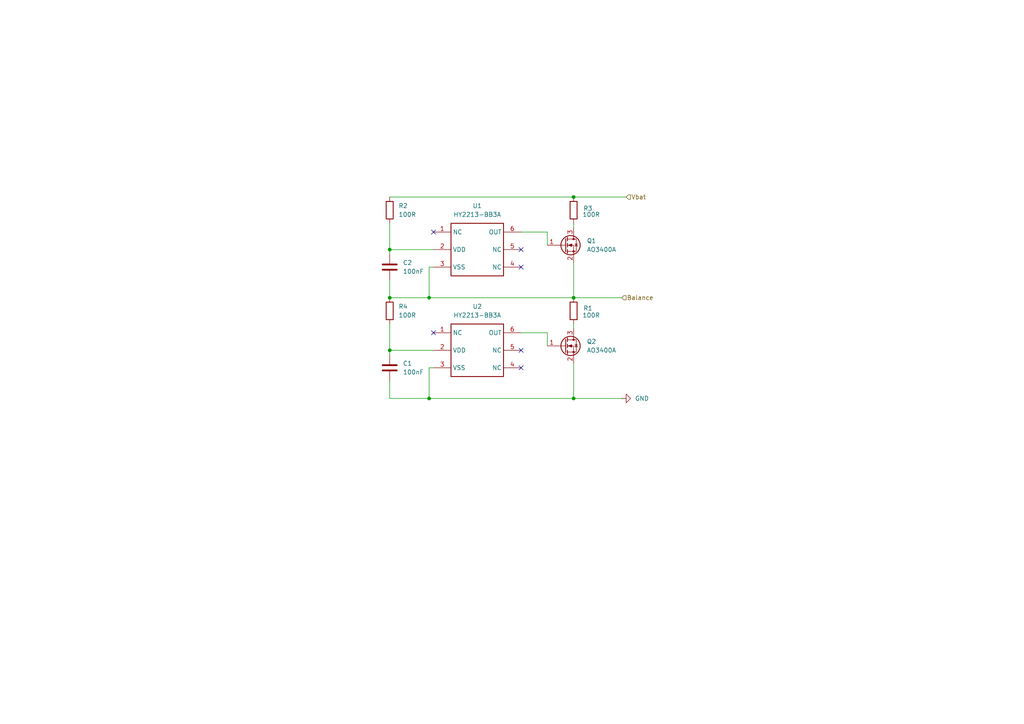
<source format=kicad_sch>
(kicad_sch (version 20250114) (generator "eeschema") (generator_version "9.0")
  (paper "A4")
  (lib_symbols
    (symbol "Device:C" (pin_numbers (hide yes)) (pin_names (offset 0.254))
      (property "Reference" "C" (at 0.635 2.54 0))
      (property "Value" "C" (at 0.635 -2.54 0))
      (symbol "C_0_1"
        (polyline (pts (xy -2.032 0.762) (xy 2.032 0.762)) (stroke (width 0.508)))
        (polyline (pts (xy -2.032 -0.762) (xy 2.032 -0.762)) (stroke (width 0.508)))
      )
      (symbol "C_1_1"
        (pin passive line (at 0 3.81 270) (length 2.794) (name "~") (number "1"))
        (pin passive line (at 0 -3.81 90) (length 2.794) (name "~") (number "2"))
      )
    )
    (symbol "Device:R" (pin_numbers (hide yes)) (pin_names (offset 0))
      (property "Reference" "R" (at 2.032 0 90))
      (property "Value" "R" (at 0 0 90))
      (symbol "R_0_1"
        (rectangle (start -1.016 -2.54) (end 1.016 2.54) (stroke (width 0.254)))
      )
      (symbol "R_1_1"
        (pin passive line (at 0 3.81 270) (length 1.27) (name "~") (number "1"))
        (pin passive line (at 0 -3.81 90) (length 1.27) (name "~") (number "2"))
      )
    )
    (symbol "Transistor_FET:AO3400A" (pin_names (offset 0) (hide yes))
      (property "Reference" "Q" (at 5.08 1.905 0))
      (property "Value" "AO3400A" (at 5.08 0 0))
      (symbol "AO3400A_0_1"
        (polyline (pts (xy 0.254 1.905) (xy 0.254 -1.905)) (stroke (width 0.254)))
        (polyline (pts (xy 0.254 0) (xy -2.54 0)))
        (polyline (pts (xy 0.762 2.286) (xy 0.762 1.27)) (stroke (width 0.254)))
        (polyline (pts (xy 0.762 0.508) (xy 0.762 -0.508)) (stroke (width 0.254)))
        (polyline (pts (xy 0.762 -1.27) (xy 0.762 -2.286)) (stroke (width 0.254)))
        (polyline (pts (xy 0.762 -1.778) (xy 3.302 -1.778) (xy 3.302 1.778) (xy 0.762 1.778)))
        (polyline (pts (xy 1.016 0) (xy 2.032 0.381) (xy 2.032 -0.381) (xy 1.016 0)) (fill (type outline)))
        (circle (center 1.651 0) (radius 2.794) (stroke (width 0.254)))
        (polyline (pts (xy 2.54 2.54) (xy 2.54 1.778)))
        (circle (center 2.54 1.778) (radius 0.254) (fill (type outline)))
        (circle (center 2.54 -1.778) (radius 0.254) (fill (type outline)))
        (polyline (pts (xy 2.54 -2.54) (xy 2.54 0) (xy 0.762 0)))
        (polyline (pts (xy 2.921 0.381) (xy 3.683 0.381)))
        (polyline (pts (xy 3.302 0.381) (xy 2.921 -0.254) (xy 3.683 -0.254) (xy 3.302 0.381)))
      )
      (symbol "AO3400A_1_1"
        (pin input line (at -5.08 0 0) (length 2.54) (name "G") (number "1"))
        (pin passive line (at 2.54 5.08 270) (length 2.54) (name "D") (number "3"))
        (pin passive line (at 2.54 -5.08 90) (length 2.54) (name "S") (number "2"))
      )
    )
    (symbol "custom symbols:HY2213-BB3A"
      (property "Reference" "U?" (at 0 0 0))
      (property "Value" "HY2213-BB3A" (at 0.254 8.89 0))
      (symbol "HY2213-BB3A_0_0"
        (rectangle (start -7.62 7.62) (end 7.62 -7.62) (stroke (width 0.254)))
        (pin unspecified line (at -12.7 5.08 0) (length 5.08) (name "NC") (number "1"))
        (pin unspecified line (at -12.7 0 0) (length 5.08) (name "VDD") (number "2"))
        (pin unspecified line (at -12.7 -5.08 0) (length 5.08) (name "VSS") (number "3"))
        (pin unspecified line (at 12.7 5.08 180) (length 5.08) (name "OUT") (number "6"))
        (pin unspecified line (at 12.7 0 180) (length 5.08) (name "NC") (number "5"))
        (pin unspecified line (at 12.7 -5.08 180) (length 5.08) (name "NC") (number "4"))
      )
    )
    (symbol "power:GND" (power) (pin_numbers (hide yes)) (pin_names (offset 0) (hide yes))
      (property "Value" "GND" (at 0 -3.81 0))
      (symbol "GND_0_1"
        (polyline (pts (xy 0 0) (xy 0 -1.27) (xy 1.27 -1.27) (xy 0 -2.54) (xy -1.27 -1.27) (xy 0 -1.27)))
      )
      (symbol "GND_1_1"
        (pin power_in line (at 0 0 270) (length 0) (name "~") (number "1"))
      )
    )
  )
  (junction (at 166.37 57.15))
  (junction (at 166.37 86.36))
  (junction (at 124.46 86.36))
  (junction (at 166.37 115.57))
  (junction (at 113.03 86.36))
  (junction (at 113.03 72.39))
  (junction (at 113.03 101.6))
  (junction (at 124.46 115.57))
  (no_connect (at 151.13 101.6))
  (no_connect (at 125.73 96.52))
  (no_connect (at 151.13 72.39))
  (no_connect (at 151.13 106.68))
  (no_connect (at 125.73 67.31))
  (no_connect (at 151.13 77.47))
  (wire (pts (xy 124.46 86.36) (xy 113.03 86.36)))
  (wire (pts (xy 113.03 93.98) (xy 113.03 101.6)))
  (wire (pts (xy 166.37 105.41) (xy 166.37 115.57)))
  (wire (pts (xy 166.37 86.36) (xy 180.34 86.36)))
  (wire (pts (xy 166.37 115.57) (xy 124.46 115.57)))
  (wire (pts (xy 124.46 106.68) (xy 124.46 115.57)))
  (wire (pts (xy 158.75 96.52) (xy 158.75 100.33)))
  (wire (pts (xy 151.13 96.52) (xy 158.75 96.52)))
  (wire (pts (xy 113.03 101.6) (xy 113.03 102.87)))
  (wire (pts (xy 124.46 77.47) (xy 124.46 86.36)))
  (wire (pts (xy 113.03 72.39) (xy 113.03 73.66)))
  (wire (pts (xy 166.37 57.15) (xy 113.03 57.15)))
  (wire (pts (xy 113.03 101.6) (xy 125.73 101.6)))
  (wire (pts (xy 166.37 66.04) (xy 166.37 64.77)))
  (wire (pts (xy 180.34 115.57) (xy 166.37 115.57)))
  (wire (pts (xy 166.37 76.2) (xy 166.37 86.36)))
  (wire (pts (xy 113.03 86.36) (xy 113.03 81.28)))
  (wire (pts (xy 113.03 64.77) (xy 113.03 72.39)))
  (wire (pts (xy 151.13 67.31) (xy 158.75 67.31)))
  (wire (pts (xy 113.03 72.39) (xy 125.73 72.39)))
  (wire (pts (xy 124.46 115.57) (xy 113.03 115.57)))
  (wire (pts (xy 125.73 106.68) (xy 124.46 106.68)))
  (wire (pts (xy 166.37 57.15) (xy 181.61 57.15)))
  (wire (pts (xy 158.75 67.31) (xy 158.75 71.12)))
  (wire (pts (xy 166.37 86.36) (xy 124.46 86.36)))
  (wire (pts (xy 166.37 95.25) (xy 166.37 93.98)))
  (wire (pts (xy 113.03 115.57) (xy 113.03 110.49)))
  (wire (pts (xy 125.73 77.47) (xy 124.46 77.47)))
  (hierarchical_label "Vbat" (shape input) (at 181.61 57.15 0))
  (hierarchical_label "Balance" (shape input) (at 180.34 86.36 0))
  (symbol (lib_id "Device:R") (at 166.37 90.17 0) (unit 1)
    (property "Reference" "R1" (at 169.164 89.408 0) (effects (justify left)))
    (property "Value" "100R" (at 168.91 91.4399 0) (effects (justify left)))
    (property "Description" "Resistor" (effects (hide yes)))
  )
  (symbol (lib_id "Device:R") (at 113.03 90.17 0) (unit 1)
    (property "Reference" "R4" (at 115.57 88.8999 0) (effects (justify left)))
    (property "Value" "100R" (at 115.57 91.4399 0) (effects (justify left)))
    (property "Description" "Resistor" (effects (hide yes)))
  )
  (symbol (lib_id "power:GND") (at 180.34 115.57 90) (unit 1)
    (property "Reference" "#PWR01" (effects (hide yes)))
    (property "Value" "GND" (at 184.15 115.5699 90) (effects (justify right)))
    (property "Description" "Power symbol creates a global label with name \"GND\" , ground" (effects (hide yes)))
  )
  (symbol (lib_id "Device:R") (at 166.37 60.96 0) (unit 1)
    (property "Reference" "R3" (at 169.164 60.452 0) (effects (justify left)))
    (property "Value" "100R" (at 168.91 62.2299 0) (effects (justify left)))
    (property "Description" "Resistor" (effects (hide yes)))
  )
  (symbol (lib_id "Transistor_FET:AO3400A") (at 163.83 100.33 0) (unit 1)
    (property "Reference" "Q2" (at 170.18 99.0599 0) (effects (justify left)))
    (property "Value" "AO3400A" (at 170.18 101.5999 0) (effects (justify left)))
    (property "Footprint" "Package_TO_SOT_SMD:SOT-23" (effects (hide yes)))
    (property "Datasheet" "http://www.aosmd.com/pdfs/datasheet/AO3400A.pdf" (effects (hide yes)))
    (property "Description" "30V Vds, 5.7A Id, N-Channel MOSFET, SOT-23" (effects (hide yes)))
  )
  (symbol (lib_id "Transistor_FET:AO3400A") (at 163.83 71.12 0) (unit 1)
    (property "Reference" "Q1" (at 170.18 69.8499 0) (effects (justify left)))
    (property "Value" "AO3400A" (at 170.18 72.3899 0) (effects (justify left)))
    (property "Footprint" "Package_TO_SOT_SMD:SOT-23" (effects (hide yes)))
    (property "Datasheet" "http://www.aosmd.com/pdfs/datasheet/AO3400A.pdf" (effects (hide yes)))
    (property "Description" "30V Vds, 5.7A Id, N-Channel MOSFET, SOT-23" (effects (hide yes)))
  )
  (symbol (lib_id "Device:C") (at 113.03 106.68 0) (unit 1)
    (property "Reference" "C1" (at 116.84 105.4099 0) (effects (justify left)))
    (property "Value" "100nF" (at 116.84 107.9499 0) (effects (justify left)))
    (property "Description" "Unpolarized capacitor" (effects (hide yes)))
  )
  (symbol (lib_id "Device:C") (at 113.03 77.47 0) (unit 1)
    (property "Reference" "C2" (at 116.84 76.1999 0) (effects (justify left)))
    (property "Value" "100nF" (at 116.84 78.7399 0) (effects (justify left)))
    (property "Description" "Unpolarized capacitor" (effects (hide yes)))
  )
  (symbol (lib_id "Device:R") (at 113.03 60.96 0) (unit 1)
    (property "Reference" "R2" (at 115.57 59.6899 0) (effects (justify left)))
    (property "Value" "100R" (at 115.57 62.2299 0) (effects (justify left)))
    (property "Description" "Resistor" (effects (hide yes)))
  )
  (symbol (lib_id "custom symbols:HY2213-BB3A") (at 138.43 101.6 0) (unit 1)
    (property "Reference" "U2" (at 138.43 88.9 0))
    (property "Value" "HY2213-BB3A" (at 138.43 91.44 0))
    (property "Manufacturer Part" "HY2213-BB3A" (effects (hide yes)))
    (property "Manufacturer" "HYCON(宏康)" (effects (hide yes)))
    (property "Supplier Part" "C113632" (effects (hide yes)))
    (property "Supplier" "LCSC" (effects (hide yes)))
  )
  (symbol (lib_id "custom symbols:HY2213-BB3A") (at 138.43 72.39 0) (unit 1)
    (property "Reference" "U1" (at 138.43 59.69 0))
    (property "Value" "HY2213-BB3A" (at 138.43 62.23 0))
    (property "Manufacturer Part" "HY2213-BB3A" (effects (hide yes)))
    (property "Manufacturer" "HYCON(宏康)" (effects (hide yes)))
    (property "Supplier Part" "C113632" (effects (hide yes)))
    (property "Supplier" "LCSC" (effects (hide yes)))
  )
)
</source>
